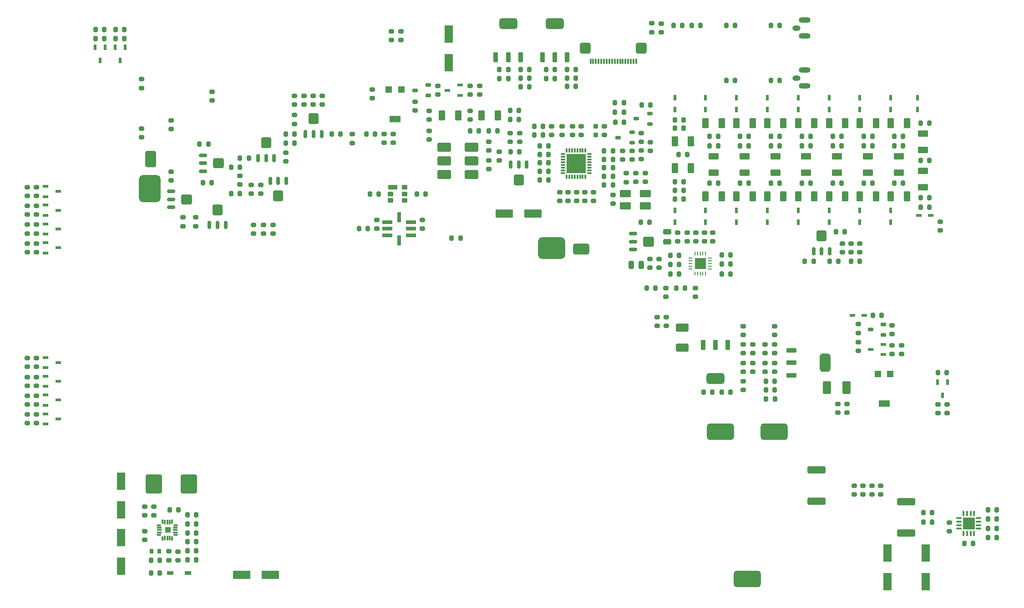
<source format=gtp>
G04*
G04 #@! TF.GenerationSoftware,Altium Limited,Altium Designer,24.4.1 (13)*
G04*
G04 Layer_Color=8421504*
%FSLAX26Y26*%
%MOIN*%
G70*
G04*
G04 #@! TF.SameCoordinates,3F108B2F-3CCF-4823-96B3-378CED877835*
G04*
G04*
G04 #@! TF.FilePolarity,Positive*
G04*
G01*
G75*
G04:AMPARAMS|DCode=23|XSize=31.496mil|YSize=37.402mil|CornerRadius=5.197mil|HoleSize=0mil|Usage=FLASHONLY|Rotation=180.000|XOffset=0mil|YOffset=0mil|HoleType=Round|Shape=RoundedRectangle|*
%AMROUNDEDRECTD23*
21,1,0.031496,0.027008,0,0,180.0*
21,1,0.021102,0.037402,0,0,180.0*
1,1,0.010394,-0.010551,0.013504*
1,1,0.010394,0.010551,0.013504*
1,1,0.010394,0.010551,-0.013504*
1,1,0.010394,-0.010551,-0.013504*
%
%ADD23ROUNDEDRECTD23*%
G04:AMPARAMS|DCode=24|XSize=31.496mil|YSize=37.402mil|CornerRadius=5.197mil|HoleSize=0mil|Usage=FLASHONLY|Rotation=270.000|XOffset=0mil|YOffset=0mil|HoleType=Round|Shape=RoundedRectangle|*
%AMROUNDEDRECTD24*
21,1,0.031496,0.027008,0,0,270.0*
21,1,0.021102,0.037402,0,0,270.0*
1,1,0.010394,-0.013504,-0.010551*
1,1,0.010394,-0.013504,0.010551*
1,1,0.010394,0.013504,0.010551*
1,1,0.010394,0.013504,-0.010551*
%
%ADD24ROUNDEDRECTD24*%
G04:AMPARAMS|DCode=25|XSize=74.803mil|YSize=35.039mil|CornerRadius=8.76mil|HoleSize=0mil|Usage=FLASHONLY|Rotation=0.000|XOffset=0mil|YOffset=0mil|HoleType=Round|Shape=RoundedRectangle|*
%AMROUNDEDRECTD25*
21,1,0.074803,0.017520,0,0,0.0*
21,1,0.057283,0.035039,0,0,0.0*
1,1,0.017520,0.028642,-0.008760*
1,1,0.017520,-0.028642,-0.008760*
1,1,0.017520,-0.028642,0.008760*
1,1,0.017520,0.028642,0.008760*
%
%ADD25ROUNDEDRECTD25*%
G04:AMPARAMS|DCode=26|XSize=133.858mil|YSize=78.74mil|CornerRadius=19.685mil|HoleSize=0mil|Usage=FLASHONLY|Rotation=270.000|XOffset=0mil|YOffset=0mil|HoleType=Round|Shape=RoundedRectangle|*
%AMROUNDEDRECTD26*
21,1,0.133858,0.039370,0,0,270.0*
21,1,0.094488,0.078740,0,0,270.0*
1,1,0.039370,-0.019685,-0.047244*
1,1,0.039370,-0.019685,0.047244*
1,1,0.039370,0.019685,0.047244*
1,1,0.039370,0.019685,-0.047244*
%
%ADD26ROUNDEDRECTD26*%
G04:AMPARAMS|DCode=27|XSize=74.803mil|YSize=35.039mil|CornerRadius=8.76mil|HoleSize=0mil|Usage=FLASHONLY|Rotation=270.000|XOffset=0mil|YOffset=0mil|HoleType=Round|Shape=RoundedRectangle|*
%AMROUNDEDRECTD27*
21,1,0.074803,0.017520,0,0,270.0*
21,1,0.057283,0.035039,0,0,270.0*
1,1,0.017520,-0.008760,-0.028642*
1,1,0.017520,-0.008760,0.028642*
1,1,0.017520,0.008760,0.028642*
1,1,0.017520,0.008760,-0.028642*
%
%ADD27ROUNDEDRECTD27*%
G04:AMPARAMS|DCode=28|XSize=133.858mil|YSize=78.74mil|CornerRadius=19.685mil|HoleSize=0mil|Usage=FLASHONLY|Rotation=180.000|XOffset=0mil|YOffset=0mil|HoleType=Round|Shape=RoundedRectangle|*
%AMROUNDEDRECTD28*
21,1,0.133858,0.039370,0,0,180.0*
21,1,0.094488,0.078740,0,0,180.0*
1,1,0.039370,-0.047244,0.019685*
1,1,0.039370,0.047244,0.019685*
1,1,0.039370,0.047244,-0.019685*
1,1,0.039370,-0.047244,-0.019685*
%
%ADD28ROUNDEDRECTD28*%
G04:AMPARAMS|DCode=29|XSize=196.85mil|YSize=118.11mil|CornerRadius=17.716mil|HoleSize=0mil|Usage=FLASHONLY|Rotation=180.000|XOffset=0mil|YOffset=0mil|HoleType=Round|Shape=RoundedRectangle|*
%AMROUNDEDRECTD29*
21,1,0.196850,0.082677,0,0,180.0*
21,1,0.161417,0.118110,0,0,180.0*
1,1,0.035433,-0.080709,0.041339*
1,1,0.035433,0.080709,0.041339*
1,1,0.035433,0.080709,-0.041339*
1,1,0.035433,-0.080709,-0.041339*
%
%ADD29ROUNDEDRECTD29*%
G04:AMPARAMS|DCode=30|XSize=41.732mil|YSize=19.685mil|CornerRadius=1.968mil|HoleSize=0mil|Usage=FLASHONLY|Rotation=0.000|XOffset=0mil|YOffset=0mil|HoleType=Round|Shape=RoundedRectangle|*
%AMROUNDEDRECTD30*
21,1,0.041732,0.015748,0,0,0.0*
21,1,0.037795,0.019685,0,0,0.0*
1,1,0.003937,0.018898,-0.007874*
1,1,0.003937,-0.018898,-0.007874*
1,1,0.003937,-0.018898,0.007874*
1,1,0.003937,0.018898,0.007874*
%
%ADD30ROUNDEDRECTD30*%
%ADD31R,0.051181X0.051181*%
%ADD32R,0.078740X0.051181*%
G04:AMPARAMS|DCode=33|XSize=56.693mil|YSize=23.622mil|CornerRadius=3.898mil|HoleSize=0mil|Usage=FLASHONLY|Rotation=180.000|XOffset=0mil|YOffset=0mil|HoleType=Round|Shape=RoundedRectangle|*
%AMROUNDEDRECTD33*
21,1,0.056693,0.015827,0,0,180.0*
21,1,0.048898,0.023622,0,0,180.0*
1,1,0.007795,-0.024449,0.007913*
1,1,0.007795,0.024449,0.007913*
1,1,0.007795,0.024449,-0.007913*
1,1,0.007795,-0.024449,-0.007913*
%
%ADD33ROUNDEDRECTD33*%
G04:AMPARAMS|DCode=34|XSize=78.74mil|YSize=74.803mil|CornerRadius=12.342mil|HoleSize=0mil|Usage=FLASHONLY|Rotation=0.000|XOffset=0mil|YOffset=0mil|HoleType=Round|Shape=RoundedRectangle|*
%AMROUNDEDRECTD34*
21,1,0.078740,0.050118,0,0,0.0*
21,1,0.054055,0.074803,0,0,0.0*
1,1,0.024685,0.027028,-0.025059*
1,1,0.024685,-0.027028,-0.025059*
1,1,0.024685,-0.027028,0.025059*
1,1,0.024685,0.027028,0.025059*
%
%ADD34ROUNDEDRECTD34*%
G04:AMPARAMS|DCode=35|XSize=56.693mil|YSize=23.622mil|CornerRadius=3.898mil|HoleSize=0mil|Usage=FLASHONLY|Rotation=270.000|XOffset=0mil|YOffset=0mil|HoleType=Round|Shape=RoundedRectangle|*
%AMROUNDEDRECTD35*
21,1,0.056693,0.015827,0,0,270.0*
21,1,0.048898,0.023622,0,0,270.0*
1,1,0.007795,-0.007913,-0.024449*
1,1,0.007795,-0.007913,0.024449*
1,1,0.007795,0.007913,0.024449*
1,1,0.007795,0.007913,-0.024449*
%
%ADD35ROUNDEDRECTD35*%
G04:AMPARAMS|DCode=36|XSize=78.74mil|YSize=74.803mil|CornerRadius=12.342mil|HoleSize=0mil|Usage=FLASHONLY|Rotation=90.000|XOffset=0mil|YOffset=0mil|HoleType=Round|Shape=RoundedRectangle|*
%AMROUNDEDRECTD36*
21,1,0.078740,0.050118,0,0,90.0*
21,1,0.054055,0.074803,0,0,90.0*
1,1,0.024685,0.025059,0.027028*
1,1,0.024685,0.025059,-0.027028*
1,1,0.024685,-0.025059,-0.027028*
1,1,0.024685,-0.025059,0.027028*
%
%ADD36ROUNDEDRECTD36*%
G04:AMPARAMS|DCode=37|XSize=39.37mil|YSize=59.055mil|CornerRadius=6.496mil|HoleSize=0mil|Usage=FLASHONLY|Rotation=180.000|XOffset=0mil|YOffset=0mil|HoleType=Round|Shape=RoundedRectangle|*
%AMROUNDEDRECTD37*
21,1,0.039370,0.046063,0,0,180.0*
21,1,0.026378,0.059055,0,0,180.0*
1,1,0.012992,-0.013189,0.023032*
1,1,0.012992,0.013189,0.023032*
1,1,0.012992,0.013189,-0.023032*
1,1,0.012992,-0.013189,-0.023032*
%
%ADD37ROUNDEDRECTD37*%
G04:AMPARAMS|DCode=38|XSize=51.181mil|YSize=131.89mil|CornerRadius=5.118mil|HoleSize=0mil|Usage=FLASHONLY|Rotation=270.000|XOffset=0mil|YOffset=0mil|HoleType=Round|Shape=RoundedRectangle|*
%AMROUNDEDRECTD38*
21,1,0.051181,0.121654,0,0,270.0*
21,1,0.040945,0.131890,0,0,270.0*
1,1,0.010236,-0.060827,-0.020473*
1,1,0.010236,-0.060827,0.020473*
1,1,0.010236,0.060827,0.020473*
1,1,0.010236,0.060827,-0.020473*
%
%ADD38ROUNDEDRECTD38*%
G04:AMPARAMS|DCode=39|XSize=59.055mil|YSize=94.488mil|CornerRadius=10.335mil|HoleSize=0mil|Usage=FLASHONLY|Rotation=90.000|XOffset=0mil|YOffset=0mil|HoleType=Round|Shape=RoundedRectangle|*
%AMROUNDEDRECTD39*
21,1,0.059055,0.073819,0,0,90.0*
21,1,0.038386,0.094488,0,0,90.0*
1,1,0.020669,0.036910,0.019193*
1,1,0.020669,0.036910,-0.019193*
1,1,0.020669,-0.036910,-0.019193*
1,1,0.020669,-0.036910,0.019193*
%
%ADD39ROUNDEDRECTD39*%
G04:AMPARAMS|DCode=40|XSize=59.055mil|YSize=94.488mil|CornerRadius=10.335mil|HoleSize=0mil|Usage=FLASHONLY|Rotation=180.000|XOffset=0mil|YOffset=0mil|HoleType=Round|Shape=RoundedRectangle|*
%AMROUNDEDRECTD40*
21,1,0.059055,0.073819,0,0,180.0*
21,1,0.038386,0.094488,0,0,180.0*
1,1,0.020669,-0.019193,0.036910*
1,1,0.020669,0.019193,0.036910*
1,1,0.020669,0.019193,-0.036910*
1,1,0.020669,-0.019193,-0.036910*
%
%ADD40ROUNDEDRECTD40*%
G04:AMPARAMS|DCode=41|XSize=65mil|YSize=100mil|CornerRadius=6.5mil|HoleSize=0mil|Usage=FLASHONLY|Rotation=270.000|XOffset=0mil|YOffset=0mil|HoleType=Round|Shape=RoundedRectangle|*
%AMROUNDEDRECTD41*
21,1,0.065000,0.087000,0,0,270.0*
21,1,0.052000,0.100000,0,0,270.0*
1,1,0.013000,-0.043500,-0.026000*
1,1,0.013000,-0.043500,0.026000*
1,1,0.013000,0.043500,0.026000*
1,1,0.013000,0.043500,-0.026000*
%
%ADD41ROUNDEDRECTD41*%
G04:AMPARAMS|DCode=42|XSize=23.622mil|YSize=43.307mil|CornerRadius=7.795mil|HoleSize=0mil|Usage=FLASHONLY|Rotation=270.000|XOffset=0mil|YOffset=0mil|HoleType=Round|Shape=RoundedRectangle|*
%AMROUNDEDRECTD42*
21,1,0.023622,0.027716,0,0,270.0*
21,1,0.008031,0.043307,0,0,270.0*
1,1,0.015591,-0.013858,-0.004016*
1,1,0.015591,-0.013858,0.004016*
1,1,0.015591,0.013858,0.004016*
1,1,0.015591,0.013858,-0.004016*
%
%ADD42ROUNDEDRECTD42*%
G04:AMPARAMS|DCode=43|XSize=78.74mil|YSize=78.74mil|CornerRadius=13.78mil|HoleSize=0mil|Usage=FLASHONLY|Rotation=180.000|XOffset=0mil|YOffset=0mil|HoleType=Round|Shape=RoundedRectangle|*
%AMROUNDEDRECTD43*
21,1,0.078740,0.051181,0,0,180.0*
21,1,0.051181,0.078740,0,0,180.0*
1,1,0.027559,-0.025591,0.025591*
1,1,0.027559,0.025591,0.025591*
1,1,0.027559,0.025591,-0.025591*
1,1,0.027559,-0.025591,-0.025591*
%
%ADD43ROUNDEDRECTD43*%
G04:AMPARAMS|DCode=44|XSize=11.811mil|YSize=39.37mil|CornerRadius=2.067mil|HoleSize=0mil|Usage=FLASHONLY|Rotation=180.000|XOffset=0mil|YOffset=0mil|HoleType=Round|Shape=RoundedRectangle|*
%AMROUNDEDRECTD44*
21,1,0.011811,0.035236,0,0,180.0*
21,1,0.007677,0.039370,0,0,180.0*
1,1,0.004134,-0.003839,0.017618*
1,1,0.004134,0.003839,0.017618*
1,1,0.004134,0.003839,-0.017618*
1,1,0.004134,-0.003839,-0.017618*
%
%ADD44ROUNDEDRECTD44*%
G04:AMPARAMS|DCode=45|XSize=39.37mil|YSize=59.055mil|CornerRadius=6.496mil|HoleSize=0mil|Usage=FLASHONLY|Rotation=270.000|XOffset=0mil|YOffset=0mil|HoleType=Round|Shape=RoundedRectangle|*
%AMROUNDEDRECTD45*
21,1,0.039370,0.046063,0,0,270.0*
21,1,0.026378,0.059055,0,0,270.0*
1,1,0.012992,-0.023032,-0.013189*
1,1,0.012992,-0.023032,0.013189*
1,1,0.012992,0.023032,0.013189*
1,1,0.012992,0.023032,-0.013189*
%
%ADD45ROUNDEDRECTD45*%
G04:AMPARAMS|DCode=46|XSize=31.496mil|YSize=10.236mil|CornerRadius=1.28mil|HoleSize=0mil|Usage=FLASHONLY|Rotation=0.000|XOffset=0mil|YOffset=0mil|HoleType=Round|Shape=RoundedRectangle|*
%AMROUNDEDRECTD46*
21,1,0.031496,0.007677,0,0,0.0*
21,1,0.028937,0.010236,0,0,0.0*
1,1,0.002559,0.014469,-0.003839*
1,1,0.002559,-0.014469,-0.003839*
1,1,0.002559,-0.014469,0.003839*
1,1,0.002559,0.014469,0.003839*
%
%ADD46ROUNDEDRECTD46*%
G04:AMPARAMS|DCode=47|XSize=33.071mil|YSize=10.236mil|CornerRadius=1.28mil|HoleSize=0mil|Usage=FLASHONLY|Rotation=0.000|XOffset=0mil|YOffset=0mil|HoleType=Round|Shape=RoundedRectangle|*
%AMROUNDEDRECTD47*
21,1,0.033071,0.007677,0,0,0.0*
21,1,0.030512,0.010236,0,0,0.0*
1,1,0.002559,0.015256,-0.003839*
1,1,0.002559,-0.015256,-0.003839*
1,1,0.002559,-0.015256,0.003839*
1,1,0.002559,0.015256,0.003839*
%
%ADD47ROUNDEDRECTD47*%
%ADD48R,0.039566X0.039566*%
G04:AMPARAMS|DCode=49|XSize=31.496mil|YSize=10.236mil|CornerRadius=1.28mil|HoleSize=0mil|Usage=FLASHONLY|Rotation=90.000|XOffset=0mil|YOffset=0mil|HoleType=Round|Shape=RoundedRectangle|*
%AMROUNDEDRECTD49*
21,1,0.031496,0.007677,0,0,90.0*
21,1,0.028937,0.010236,0,0,90.0*
1,1,0.002559,0.003839,0.014469*
1,1,0.002559,0.003839,-0.014469*
1,1,0.002559,-0.003839,-0.014469*
1,1,0.002559,-0.003839,0.014469*
%
%ADD49ROUNDEDRECTD49*%
G04:AMPARAMS|DCode=50|XSize=33.071mil|YSize=10.236mil|CornerRadius=1.28mil|HoleSize=0mil|Usage=FLASHONLY|Rotation=90.000|XOffset=0mil|YOffset=0mil|HoleType=Round|Shape=RoundedRectangle|*
%AMROUNDEDRECTD50*
21,1,0.033071,0.007677,0,0,90.0*
21,1,0.030512,0.010236,0,0,90.0*
1,1,0.002559,0.003839,0.015256*
1,1,0.002559,0.003839,-0.015256*
1,1,0.002559,-0.003839,-0.015256*
1,1,0.002559,-0.003839,0.015256*
%
%ADD50ROUNDEDRECTD50*%
G04:AMPARAMS|DCode=51|XSize=47.638mil|YSize=28.346mil|CornerRadius=2.835mil|HoleSize=0mil|Usage=FLASHONLY|Rotation=180.000|XOffset=0mil|YOffset=0mil|HoleType=Round|Shape=RoundedRectangle|*
%AMROUNDEDRECTD51*
21,1,0.047638,0.022677,0,0,180.0*
21,1,0.041969,0.028346,0,0,180.0*
1,1,0.005669,-0.020984,0.011339*
1,1,0.005669,0.020984,0.011339*
1,1,0.005669,0.020984,-0.011339*
1,1,0.005669,-0.020984,-0.011339*
%
%ADD51ROUNDEDRECTD51*%
G04:AMPARAMS|DCode=52|XSize=118.11mil|YSize=137.795mil|CornerRadius=11.811mil|HoleSize=0mil|Usage=FLASHONLY|Rotation=180.000|XOffset=0mil|YOffset=0mil|HoleType=Round|Shape=RoundedRectangle|*
%AMROUNDEDRECTD52*
21,1,0.118110,0.114173,0,0,180.0*
21,1,0.094488,0.137795,0,0,180.0*
1,1,0.023622,-0.047244,0.057087*
1,1,0.023622,0.047244,0.057087*
1,1,0.023622,0.047244,-0.057087*
1,1,0.023622,-0.047244,-0.057087*
%
%ADD52ROUNDEDRECTD52*%
G04:AMPARAMS|DCode=53|XSize=127.953mil|YSize=62.992mil|CornerRadius=9.449mil|HoleSize=0mil|Usage=FLASHONLY|Rotation=90.000|XOffset=0mil|YOffset=0mil|HoleType=Round|Shape=RoundedRectangle|*
%AMROUNDEDRECTD53*
21,1,0.127953,0.044094,0,0,90.0*
21,1,0.109055,0.062992,0,0,90.0*
1,1,0.018898,0.022047,0.054528*
1,1,0.018898,0.022047,-0.054528*
1,1,0.018898,-0.022047,-0.054528*
1,1,0.018898,-0.022047,0.054528*
%
%ADD53ROUNDEDRECTD53*%
G04:AMPARAMS|DCode=54|XSize=27.559mil|YSize=36.614mil|CornerRadius=4.547mil|HoleSize=0mil|Usage=FLASHONLY|Rotation=0.000|XOffset=0mil|YOffset=0mil|HoleType=Round|Shape=RoundedRectangle|*
%AMROUNDEDRECTD54*
21,1,0.027559,0.027520,0,0,0.0*
21,1,0.018465,0.036614,0,0,0.0*
1,1,0.009094,0.009232,-0.013760*
1,1,0.009094,-0.009232,-0.013760*
1,1,0.009094,-0.009232,0.013760*
1,1,0.009094,0.009232,0.013760*
%
%ADD54ROUNDEDRECTD54*%
%ADD55R,0.023622X0.043307*%
%ADD56R,0.043307X0.023622*%
G04:AMPARAMS|DCode=57|XSize=23.622mil|YSize=39.37mil|CornerRadius=3.543mil|HoleSize=0mil|Usage=FLASHONLY|Rotation=270.000|XOffset=0mil|YOffset=0mil|HoleType=Round|Shape=RoundedRectangle|*
%AMROUNDEDRECTD57*
21,1,0.023622,0.032283,0,0,270.0*
21,1,0.016535,0.039370,0,0,270.0*
1,1,0.007087,-0.016142,-0.008268*
1,1,0.007087,-0.016142,0.008268*
1,1,0.007087,0.016142,0.008268*
1,1,0.007087,0.016142,-0.008268*
%
%ADD57ROUNDEDRECTD57*%
G04:AMPARAMS|DCode=58|XSize=70.866mil|YSize=27.559mil|CornerRadius=1.929mil|HoleSize=0mil|Usage=FLASHONLY|Rotation=270.000|XOffset=0mil|YOffset=0mil|HoleType=Round|Shape=RoundedRectangle|*
%AMROUNDEDRECTD58*
21,1,0.070866,0.023701,0,0,270.0*
21,1,0.067008,0.027559,0,0,270.0*
1,1,0.003858,-0.011851,-0.033504*
1,1,0.003858,-0.011851,0.033504*
1,1,0.003858,0.011851,0.033504*
1,1,0.003858,0.011851,-0.033504*
%
%ADD58ROUNDEDRECTD58*%
G04:AMPARAMS|DCode=59|XSize=70.866mil|YSize=27.559mil|CornerRadius=1.929mil|HoleSize=0mil|Usage=FLASHONLY|Rotation=180.000|XOffset=0mil|YOffset=0mil|HoleType=Round|Shape=RoundedRectangle|*
%AMROUNDEDRECTD59*
21,1,0.070866,0.023701,0,0,180.0*
21,1,0.067008,0.027559,0,0,180.0*
1,1,0.003858,-0.033504,0.011851*
1,1,0.003858,0.033504,0.011851*
1,1,0.003858,0.033504,-0.011851*
1,1,0.003858,-0.033504,-0.011851*
%
%ADD59ROUNDEDRECTD59*%
%ADD60R,0.088583X0.088583*%
%ADD61O,0.012598X0.040551*%
%ADD62O,0.040551X0.012598*%
G04:AMPARAMS|DCode=63|XSize=78.74mil|YSize=55.118mil|CornerRadius=8.268mil|HoleSize=0mil|Usage=FLASHONLY|Rotation=0.000|XOffset=0mil|YOffset=0mil|HoleType=Round|Shape=RoundedRectangle|*
%AMROUNDEDRECTD63*
21,1,0.078740,0.038583,0,0,0.0*
21,1,0.062205,0.055118,0,0,0.0*
1,1,0.016535,0.031102,-0.019291*
1,1,0.016535,-0.031102,-0.019291*
1,1,0.016535,-0.031102,0.019291*
1,1,0.016535,0.031102,0.019291*
%
%ADD63ROUNDEDRECTD63*%
G04:AMPARAMS|DCode=64|XSize=69.055mil|YSize=31.89mil|CornerRadius=2.232mil|HoleSize=0mil|Usage=FLASHONLY|Rotation=0.000|XOffset=0mil|YOffset=0mil|HoleType=Round|Shape=RoundedRectangle|*
%AMROUNDEDRECTD64*
21,1,0.069055,0.027425,0,0,0.0*
21,1,0.064591,0.031890,0,0,0.0*
1,1,0.004465,0.032295,-0.013713*
1,1,0.004465,-0.032295,-0.013713*
1,1,0.004465,-0.032295,0.013713*
1,1,0.004465,0.032295,0.013713*
%
%ADD64ROUNDEDRECTD64*%
G04:AMPARAMS|DCode=65|XSize=37.559mil|YSize=31.89mil|CornerRadius=2.232mil|HoleSize=0mil|Usage=FLASHONLY|Rotation=0.000|XOffset=0mil|YOffset=0mil|HoleType=Round|Shape=RoundedRectangle|*
%AMROUNDEDRECTD65*
21,1,0.037559,0.027425,0,0,0.0*
21,1,0.033094,0.031890,0,0,0.0*
1,1,0.004465,0.016547,-0.013713*
1,1,0.004465,-0.016547,-0.013713*
1,1,0.004465,-0.016547,0.013713*
1,1,0.004465,0.016547,0.013713*
%
%ADD65ROUNDEDRECTD65*%
%ADD66O,0.086614X0.041339*%
%ADD67O,0.059055X0.039370*%
%ADD68R,0.139764X0.139764*%
%ADD69O,0.035433X0.010236*%
%ADD70O,0.010236X0.035433*%
G04:AMPARAMS|DCode=71|XSize=31.496mil|YSize=31.496mil|CornerRadius=4.724mil|HoleSize=0mil|Usage=FLASHONLY|Rotation=90.000|XOffset=0mil|YOffset=0mil|HoleType=Round|Shape=RoundedRectangle|*
%AMROUNDEDRECTD71*
21,1,0.031496,0.022047,0,0,90.0*
21,1,0.022047,0.031496,0,0,90.0*
1,1,0.009449,0.011024,0.011024*
1,1,0.009449,0.011024,-0.011024*
1,1,0.009449,-0.011024,-0.011024*
1,1,0.009449,-0.011024,0.011024*
%
%ADD71ROUNDEDRECTD71*%
G04:AMPARAMS|DCode=72|XSize=196.85mil|YSize=157.48mil|CornerRadius=25.984mil|HoleSize=0mil|Usage=FLASHONLY|Rotation=0.000|XOffset=0mil|YOffset=0mil|HoleType=Round|Shape=RoundedRectangle|*
%AMROUNDEDRECTD72*
21,1,0.196850,0.105512,0,0,0.0*
21,1,0.144882,0.157480,0,0,0.0*
1,1,0.051968,0.072441,-0.052756*
1,1,0.051968,-0.072441,-0.052756*
1,1,0.051968,-0.072441,0.052756*
1,1,0.051968,0.072441,0.052756*
%
%ADD72ROUNDEDRECTD72*%
G04:AMPARAMS|DCode=73|XSize=118.11mil|YSize=78.74mil|CornerRadius=12.992mil|HoleSize=0mil|Usage=FLASHONLY|Rotation=0.000|XOffset=0mil|YOffset=0mil|HoleType=Round|Shape=RoundedRectangle|*
%AMROUNDEDRECTD73*
21,1,0.118110,0.052756,0,0,0.0*
21,1,0.092126,0.078740,0,0,0.0*
1,1,0.025984,0.046063,-0.026378*
1,1,0.025984,-0.046063,-0.026378*
1,1,0.025984,-0.046063,0.026378*
1,1,0.025984,0.046063,0.026378*
%
%ADD73ROUNDEDRECTD73*%
G04:AMPARAMS|DCode=74|XSize=47.244mil|YSize=75.197mil|CornerRadius=8.268mil|HoleSize=0mil|Usage=FLASHONLY|Rotation=270.000|XOffset=0mil|YOffset=0mil|HoleType=Round|Shape=RoundedRectangle|*
%AMROUNDEDRECTD74*
21,1,0.047244,0.058661,0,0,270.0*
21,1,0.030709,0.075197,0,0,270.0*
1,1,0.016535,-0.029331,-0.015354*
1,1,0.016535,-0.029331,0.015354*
1,1,0.016535,0.029331,0.015354*
1,1,0.016535,0.029331,-0.015354*
%
%ADD74ROUNDEDRECTD74*%
%ADD75R,0.009842X0.027559*%
%ADD76R,0.027559X0.009842*%
%ADD77R,0.078740X0.078740*%
G04:AMPARAMS|DCode=78|XSize=118.11mil|YSize=78.74mil|CornerRadius=12.992mil|HoleSize=0mil|Usage=FLASHONLY|Rotation=90.000|XOffset=0mil|YOffset=0mil|HoleType=Round|Shape=RoundedRectangle|*
%AMROUNDEDRECTD78*
21,1,0.118110,0.052756,0,0,90.0*
21,1,0.092126,0.078740,0,0,90.0*
1,1,0.025984,0.026378,0.046063*
1,1,0.025984,0.026378,-0.046063*
1,1,0.025984,-0.026378,-0.046063*
1,1,0.025984,-0.026378,0.046063*
%
%ADD78ROUNDEDRECTD78*%
G04:AMPARAMS|DCode=79|XSize=196.85mil|YSize=157.48mil|CornerRadius=25.984mil|HoleSize=0mil|Usage=FLASHONLY|Rotation=90.000|XOffset=0mil|YOffset=0mil|HoleType=Round|Shape=RoundedRectangle|*
%AMROUNDEDRECTD79*
21,1,0.196850,0.105512,0,0,90.0*
21,1,0.144882,0.157480,0,0,90.0*
1,1,0.051968,0.052756,0.072441*
1,1,0.051968,0.052756,-0.072441*
1,1,0.051968,-0.052756,-0.072441*
1,1,0.051968,-0.052756,0.072441*
%
%ADD79ROUNDEDRECTD79*%
G04:AMPARAMS|DCode=80|XSize=41.732mil|YSize=19.685mil|CornerRadius=1.968mil|HoleSize=0mil|Usage=FLASHONLY|Rotation=90.000|XOffset=0mil|YOffset=0mil|HoleType=Round|Shape=RoundedRectangle|*
%AMROUNDEDRECTD80*
21,1,0.041732,0.015748,0,0,90.0*
21,1,0.037795,0.019685,0,0,90.0*
1,1,0.003937,0.007874,0.018898*
1,1,0.003937,0.007874,-0.018898*
1,1,0.003937,-0.007874,-0.018898*
1,1,0.003937,-0.007874,0.018898*
%
%ADD80ROUNDEDRECTD80*%
G04:AMPARAMS|DCode=81|XSize=47.244mil|YSize=75.197mil|CornerRadius=8.268mil|HoleSize=0mil|Usage=FLASHONLY|Rotation=0.000|XOffset=0mil|YOffset=0mil|HoleType=Round|Shape=RoundedRectangle|*
%AMROUNDEDRECTD81*
21,1,0.047244,0.058661,0,0,0.0*
21,1,0.030709,0.075197,0,0,0.0*
1,1,0.016535,0.015354,-0.029331*
1,1,0.016535,-0.015354,-0.029331*
1,1,0.016535,-0.015354,0.029331*
1,1,0.016535,0.015354,0.029331*
%
%ADD81ROUNDEDRECTD81*%
G04:AMPARAMS|DCode=82|XSize=127.953mil|YSize=62.992mil|CornerRadius=9.449mil|HoleSize=0mil|Usage=FLASHONLY|Rotation=0.000|XOffset=0mil|YOffset=0mil|HoleType=Round|Shape=RoundedRectangle|*
%AMROUNDEDRECTD82*
21,1,0.127953,0.044094,0,0,0.0*
21,1,0.109055,0.062992,0,0,0.0*
1,1,0.018898,0.054528,-0.022047*
1,1,0.018898,-0.054528,-0.022047*
1,1,0.018898,-0.054528,0.022047*
1,1,0.018898,0.054528,0.022047*
%
%ADD82ROUNDEDRECTD82*%
D23*
X4873425Y2268701D02*
D03*
X4809646D02*
D03*
X5025901Y2268701D02*
D03*
X5089681D02*
D03*
X1831498Y2961975D02*
D03*
X1767718D02*
D03*
X4578346Y3629383D02*
D03*
X4642126D02*
D03*
X2820866Y3398032D02*
D03*
X2757086D02*
D03*
X5289499Y1506443D02*
D03*
X5225720D02*
D03*
X5684252Y1584941D02*
D03*
X5748032D02*
D03*
X4072047Y3870614D02*
D03*
X4135827D02*
D03*
X4072047Y3803685D02*
D03*
X4135827D02*
D03*
X4226378Y3871294D02*
D03*
X4290158D02*
D03*
Y3809286D02*
D03*
X4226378D02*
D03*
X4290158Y3747278D02*
D03*
X4226378D02*
D03*
X3731496Y3803685D02*
D03*
X3795276D02*
D03*
X3731496Y3870614D02*
D03*
X3795276D02*
D03*
X3948926Y3746598D02*
D03*
X3885147D02*
D03*
Y3808606D02*
D03*
X3948926D02*
D03*
Y3870614D02*
D03*
X3885147D02*
D03*
X5424047Y1506443D02*
D03*
X5360267D02*
D03*
X6466142Y2067913D02*
D03*
X6529921D02*
D03*
X5684646Y1454724D02*
D03*
X5748425D02*
D03*
X5748032Y1521161D02*
D03*
X5684252D02*
D03*
X4836378Y3612205D02*
D03*
X4772599D02*
D03*
X4578346Y3558071D02*
D03*
X4642126D02*
D03*
X1316904Y643332D02*
D03*
X1380683D02*
D03*
X1447441Y604738D02*
D03*
X1511221D02*
D03*
Y538386D02*
D03*
X1447441D02*
D03*
X1447737Y473266D02*
D03*
X1511516D02*
D03*
X1447740Y407360D02*
D03*
X1511520D02*
D03*
X1511221Y341240D02*
D03*
X1447441D02*
D03*
X1447441Y274606D02*
D03*
X1511220D02*
D03*
X1179724Y270669D02*
D03*
X1243504D02*
D03*
Y177165D02*
D03*
X1179724D02*
D03*
X7008268Y1649606D02*
D03*
X6944488D02*
D03*
X4829921Y2751968D02*
D03*
X4766141D02*
D03*
X4579331Y3485236D02*
D03*
X4643110D02*
D03*
X4025787Y3311611D02*
D03*
X4089567D02*
D03*
X2766680Y2704641D02*
D03*
X2702900D02*
D03*
X3381496Y2633858D02*
D03*
X3445276D02*
D03*
X6880315Y3477362D02*
D03*
X6816535D02*
D03*
X6197717Y2682642D02*
D03*
X6261496D02*
D03*
X6370734Y2464763D02*
D03*
X6306954D02*
D03*
X7373032Y641590D02*
D03*
X7309252D02*
D03*
X7373028Y437720D02*
D03*
X7309249D02*
D03*
X6900000Y552165D02*
D03*
X6836221D02*
D03*
X6900000Y621057D02*
D03*
X6836221D02*
D03*
X1767718Y3156101D02*
D03*
X1831498D02*
D03*
X984646Y4166496D02*
D03*
X920866D02*
D03*
X837992D02*
D03*
X774213D02*
D03*
X3717914Y3420565D02*
D03*
X3654134D02*
D03*
X4562008Y3087201D02*
D03*
X4498228D02*
D03*
X3987401Y3456296D02*
D03*
X4051181D02*
D03*
Y3391335D02*
D03*
X3987401D02*
D03*
X5203939Y4195866D02*
D03*
X5140160D02*
D03*
X5078937Y3503252D02*
D03*
X5015157D02*
D03*
X5079134Y2923228D02*
D03*
X5015354D02*
D03*
X2231693Y3399606D02*
D03*
X2167913D02*
D03*
X4025787Y3124603D02*
D03*
X4089567D02*
D03*
X4025787Y3249603D02*
D03*
X4089567D02*
D03*
X3812598Y3269685D02*
D03*
X3876378D02*
D03*
X1561024Y3042913D02*
D03*
X1624803D02*
D03*
X6816535Y3204724D02*
D03*
X6880315D02*
D03*
Y2932938D02*
D03*
X6816535D02*
D03*
X5783858Y3790354D02*
D03*
X5720079D02*
D03*
X6213977Y2464567D02*
D03*
X6150197D02*
D03*
X6032151Y2464767D02*
D03*
X5968372D02*
D03*
X6816535Y2862948D02*
D03*
X6880315D02*
D03*
X6624410Y3380197D02*
D03*
X6688189D02*
D03*
X6624410Y3038661D02*
D03*
X6688189D02*
D03*
Y3312283D02*
D03*
X6624410D02*
D03*
X7137405Y395988D02*
D03*
X7201185D02*
D03*
X7373032Y506221D02*
D03*
X7309252D02*
D03*
X7373032Y574134D02*
D03*
X7309252D02*
D03*
X2167913Y3330709D02*
D03*
X2231693D02*
D03*
X1831498Y3222242D02*
D03*
X1895277D02*
D03*
X2565748Y3397047D02*
D03*
X2501968D02*
D03*
X920866Y4098583D02*
D03*
X984646D02*
D03*
X774213D02*
D03*
X837992D02*
D03*
X4498228Y3024209D02*
D03*
X4562008D02*
D03*
X4089567Y3061611D02*
D03*
X4025787D02*
D03*
X4498228Y3213186D02*
D03*
X4562008D02*
D03*
X4025787Y3187595D02*
D03*
X4089567D02*
D03*
X4498228Y3275791D02*
D03*
X4562008D02*
D03*
X4498228Y3150193D02*
D03*
X4562008D02*
D03*
X5783858Y4195866D02*
D03*
X5720079D02*
D03*
X5394291Y4195866D02*
D03*
X5458071D02*
D03*
X5394291Y3790354D02*
D03*
X5458071D02*
D03*
X3810630Y3571850D02*
D03*
X3874410D02*
D03*
X3810809Y3503837D02*
D03*
X3874588D02*
D03*
X3516535Y3420565D02*
D03*
X3580315D02*
D03*
X1535039Y3324803D02*
D03*
X1598819D02*
D03*
X2846850Y2959702D02*
D03*
X2783071D02*
D03*
X3189370D02*
D03*
X3125591D02*
D03*
X5071065Y4195866D02*
D03*
X5007286D02*
D03*
X5423194Y2510630D02*
D03*
X5359415D02*
D03*
X4983131Y2509653D02*
D03*
X5046910D02*
D03*
X5423194Y2446254D02*
D03*
X5359415D02*
D03*
X5046915Y2442720D02*
D03*
X4983135D02*
D03*
X5423194Y2372835D02*
D03*
X5359415D02*
D03*
X4983131D02*
D03*
X5046910D02*
D03*
X6398425Y3380197D02*
D03*
X6462205D02*
D03*
X6398425Y3038661D02*
D03*
X6462205D02*
D03*
Y3312283D02*
D03*
X6398425D02*
D03*
X6172441Y3380197D02*
D03*
X6236221D02*
D03*
X6172441Y3038661D02*
D03*
X6236221D02*
D03*
Y3312283D02*
D03*
X6172441D02*
D03*
X5720472Y3380197D02*
D03*
X5784252D02*
D03*
X5720472Y3038661D02*
D03*
X5784252D02*
D03*
Y3312283D02*
D03*
X5720472D02*
D03*
X5946457Y3380197D02*
D03*
X6010236D02*
D03*
X5946457Y3038661D02*
D03*
X6010236D02*
D03*
X5494488Y3380197D02*
D03*
X5558268D02*
D03*
X6010236Y3312283D02*
D03*
X5946457D02*
D03*
X5268504Y3380197D02*
D03*
X5332283D02*
D03*
X5268504Y3038661D02*
D03*
X5332283D02*
D03*
X5015354Y3441929D02*
D03*
X5079134D02*
D03*
X5494488Y3038661D02*
D03*
X5558268D02*
D03*
X5105709Y3247047D02*
D03*
X5041929D02*
D03*
X5015354Y3048228D02*
D03*
X5079134D02*
D03*
X5332283Y3312283D02*
D03*
X5268504D02*
D03*
X5079134Y2985236D02*
D03*
X5015354D02*
D03*
X5558268Y3312283D02*
D03*
X5494488D02*
D03*
D24*
X4949788Y2268686D02*
D03*
Y2204906D02*
D03*
X5165778Y2268701D02*
D03*
Y2204922D02*
D03*
X5677264Y1719488D02*
D03*
Y1655708D02*
D03*
X5587500Y1790256D02*
D03*
Y1854035D02*
D03*
X5516732Y1584941D02*
D03*
Y1521161D02*
D03*
X6360512Y1939961D02*
D03*
Y2003740D02*
D03*
Y1870748D02*
D03*
Y1806968D02*
D03*
X4769685Y3277953D02*
D03*
Y3214173D02*
D03*
X3114173Y3634646D02*
D03*
Y3570866D02*
D03*
X1831693Y3028150D02*
D03*
Y3091929D02*
D03*
X1505906Y2723268D02*
D03*
Y2787047D02*
D03*
X2073819Y2666929D02*
D03*
Y2730709D02*
D03*
X2002953Y2730709D02*
D03*
Y2666929D02*
D03*
X1931496Y2730709D02*
D03*
Y2666929D02*
D03*
X1984252Y3025000D02*
D03*
Y2961220D02*
D03*
X1913386Y3024410D02*
D03*
Y2960630D02*
D03*
X2800197Y3724803D02*
D03*
Y3661024D02*
D03*
X4898622Y2482677D02*
D03*
Y2418898D02*
D03*
X4833661D02*
D03*
Y2482677D02*
D03*
X2432480Y3615003D02*
D03*
Y3678783D02*
D03*
X6524606Y755512D02*
D03*
Y819291D02*
D03*
X6394685D02*
D03*
Y755512D02*
D03*
X6329725Y819291D02*
D03*
Y755512D02*
D03*
X6459646D02*
D03*
Y819291D02*
D03*
X5516732Y1988583D02*
D03*
Y1924803D02*
D03*
X5748032Y1854035D02*
D03*
Y1790256D02*
D03*
Y1988583D02*
D03*
Y1924803D02*
D03*
X5677264Y1790256D02*
D03*
Y1854035D02*
D03*
X5587500Y1655708D02*
D03*
Y1719488D02*
D03*
X6209646Y1419685D02*
D03*
Y1355906D02*
D03*
X6276176Y1419507D02*
D03*
Y1355727D02*
D03*
X5516732Y1790256D02*
D03*
Y1854035D02*
D03*
X4887795Y1991732D02*
D03*
Y2055512D02*
D03*
X4951772Y1991732D02*
D03*
Y2055512D02*
D03*
X5516732Y1719488D02*
D03*
Y1655708D02*
D03*
X5748032Y1719488D02*
D03*
Y1655708D02*
D03*
X4835630Y3339961D02*
D03*
Y3276181D02*
D03*
X4770355Y3340472D02*
D03*
Y3404252D02*
D03*
X1199803Y600984D02*
D03*
Y664764D02*
D03*
X1376968Y272835D02*
D03*
Y336614D02*
D03*
X1311024Y337008D02*
D03*
Y273228D02*
D03*
X1132874Y600984D02*
D03*
Y664764D02*
D03*
Y485583D02*
D03*
Y421803D02*
D03*
X6941929Y1414688D02*
D03*
Y1350908D02*
D03*
X4631890Y3275984D02*
D03*
Y3212205D02*
D03*
X4702756D02*
D03*
Y3275984D02*
D03*
X4730315Y3111614D02*
D03*
Y3047835D02*
D03*
X3278969Y3687914D02*
D03*
Y3751693D02*
D03*
X3515189Y3751378D02*
D03*
Y3687599D02*
D03*
X3586614Y3751378D02*
D03*
Y3687598D02*
D03*
X7010827Y1414764D02*
D03*
Y1350984D02*
D03*
X2952756Y3334252D02*
D03*
Y3398032D02*
D03*
X2886811Y3334252D02*
D03*
Y3398032D02*
D03*
X4798425Y3110630D02*
D03*
Y3046850D02*
D03*
X3166483Y2704641D02*
D03*
Y2768420D02*
D03*
X2832624Y2705231D02*
D03*
Y2769011D02*
D03*
X2939961Y4087205D02*
D03*
Y4150984D02*
D03*
X3010827Y4087205D02*
D03*
Y4150984D02*
D03*
X6371324Y2596657D02*
D03*
Y2532878D02*
D03*
X6306364Y2596657D02*
D03*
Y2532878D02*
D03*
X2231693Y3473004D02*
D03*
Y3536784D02*
D03*
X2365551Y3678783D02*
D03*
Y3615003D02*
D03*
X273465Y2595866D02*
D03*
Y2532087D02*
D03*
X273465Y1478740D02*
D03*
Y1414961D02*
D03*
Y1616535D02*
D03*
Y1552756D02*
D03*
Y1754331D02*
D03*
Y1690551D02*
D03*
X273465Y2733661D02*
D03*
Y2669882D02*
D03*
Y2871457D02*
D03*
Y2807677D02*
D03*
X273465Y1340945D02*
D03*
Y1277165D02*
D03*
X273465Y3009252D02*
D03*
Y2945472D02*
D03*
X4357874Y2908658D02*
D03*
Y2972438D02*
D03*
X3654134Y3141929D02*
D03*
Y3205709D02*
D03*
Y3279528D02*
D03*
Y3343307D02*
D03*
X4499212Y3455706D02*
D03*
Y3391926D02*
D03*
X4329331Y3391926D02*
D03*
Y3455705D02*
D03*
X4915354Y4210039D02*
D03*
Y4146260D02*
D03*
X6676181Y1849803D02*
D03*
Y1786024D02*
D03*
X6607441Y1995473D02*
D03*
Y1931693D02*
D03*
X4562008Y2951099D02*
D03*
Y2887320D02*
D03*
X5036364Y2675388D02*
D03*
Y2611609D02*
D03*
X1412402Y2787047D02*
D03*
Y2723268D02*
D03*
X6243110Y2532087D02*
D03*
Y2595866D02*
D03*
X7027169Y547556D02*
D03*
Y483776D02*
D03*
X1108849Y3736468D02*
D03*
Y3800248D02*
D03*
X2652559Y3397047D02*
D03*
Y3333268D02*
D03*
X2167323Y3263189D02*
D03*
Y3199409D02*
D03*
X2298622Y3678783D02*
D03*
Y3615003D02*
D03*
X2231693Y3678783D02*
D03*
Y3615003D02*
D03*
X341378Y2532087D02*
D03*
Y2595866D02*
D03*
X341378Y1414961D02*
D03*
Y1478740D02*
D03*
Y1552756D02*
D03*
Y1616535D02*
D03*
Y1690551D02*
D03*
Y1754331D02*
D03*
X341378Y2669882D02*
D03*
Y2733661D02*
D03*
Y2807677D02*
D03*
Y2871457D02*
D03*
X341378Y1277165D02*
D03*
Y1340945D02*
D03*
X341378Y2945472D02*
D03*
Y3009252D02*
D03*
X1109252Y3373622D02*
D03*
Y3437402D02*
D03*
X4419882Y2972438D02*
D03*
Y2908658D02*
D03*
X4233858Y2972438D02*
D03*
Y2908658D02*
D03*
X4295866Y2972438D02*
D03*
Y2908658D02*
D03*
X4171850Y2972438D02*
D03*
Y2908658D02*
D03*
X3729331Y3206299D02*
D03*
Y3270079D02*
D03*
X3880928Y3342416D02*
D03*
Y3406196D02*
D03*
X3809016Y3406733D02*
D03*
Y3342953D02*
D03*
X4266338Y3391926D02*
D03*
Y3455705D02*
D03*
X4190551Y3391926D02*
D03*
Y3455705D02*
D03*
X4114764Y3391926D02*
D03*
Y3455705D02*
D03*
X1327756Y3497441D02*
D03*
Y3433661D02*
D03*
X1327165Y3058925D02*
D03*
Y3122704D02*
D03*
X3515469Y3504921D02*
D03*
Y3568701D02*
D03*
X1627953Y3709055D02*
D03*
Y3645276D02*
D03*
X3217520Y3421654D02*
D03*
Y3357874D02*
D03*
X3218228Y3503937D02*
D03*
Y3567716D02*
D03*
X4661614Y3046453D02*
D03*
Y3110233D02*
D03*
X5106448Y2675394D02*
D03*
Y2611614D02*
D03*
X5170129Y2675394D02*
D03*
Y2611614D02*
D03*
X5233844Y2675388D02*
D03*
Y2611609D02*
D03*
X5294538Y2675384D02*
D03*
Y2611604D02*
D03*
X4846871Y4146324D02*
D03*
Y4210104D02*
D03*
X6959646Y2754331D02*
D03*
Y2690551D02*
D03*
X6607441Y1849803D02*
D03*
Y1786024D02*
D03*
D25*
X5870079Y1811024D02*
D03*
Y1720472D02*
D03*
Y1629921D02*
D03*
D26*
X6116142Y1720472D02*
D03*
D27*
X5404397Y1850787D02*
D03*
X5313846D02*
D03*
X5223294D02*
D03*
X4226378Y3961614D02*
D03*
X4135827D02*
D03*
X4045276D02*
D03*
X3885827D02*
D03*
X3795276D02*
D03*
X3704724D02*
D03*
D28*
X5313846Y1604725D02*
D03*
X4135827Y4207677D02*
D03*
X3795276D02*
D03*
D29*
X5743563Y1213504D02*
D03*
X5349862D02*
D03*
X5546713Y134764D02*
D03*
D30*
X6402953Y2067913D02*
D03*
X6317520D02*
D03*
X6888779Y2800197D02*
D03*
X6803346D02*
D03*
D31*
X6594488Y1637795D02*
D03*
X6503937D02*
D03*
X3011811Y3725394D02*
D03*
X2921260D02*
D03*
D32*
X6549213Y1421260D02*
D03*
X2966535Y3508858D02*
D03*
D33*
X4711023Y2668307D02*
D03*
Y2609252D02*
D03*
Y2550197D02*
D03*
X1327165Y2978347D02*
D03*
Y2919291D02*
D03*
Y2860236D02*
D03*
X1561024Y3243307D02*
D03*
Y3184252D02*
D03*
Y3125197D02*
D03*
D34*
X4823425Y2609252D02*
D03*
X1439567Y2919291D02*
D03*
X1673426Y3184252D02*
D03*
D35*
X1608268Y2730709D02*
D03*
X1667323D02*
D03*
X1726378D02*
D03*
X2170276Y3056693D02*
D03*
X2111220D02*
D03*
X2052165D02*
D03*
X2081694Y3222242D02*
D03*
X2022639D02*
D03*
X1963584D02*
D03*
X2311024Y3399213D02*
D03*
X2370079D02*
D03*
X2429134D02*
D03*
X6031757Y2539766D02*
D03*
X6090813D02*
D03*
X6149868D02*
D03*
X3931102Y3173819D02*
D03*
X3872047D02*
D03*
X3812992D02*
D03*
D36*
X1667323Y2843110D02*
D03*
X2111220Y2944291D02*
D03*
X2022639Y3334644D02*
D03*
X2370079Y3511615D02*
D03*
X6090813Y2652168D02*
D03*
X3872047Y3061417D02*
D03*
D37*
X4698031Y2436820D02*
D03*
X4768898D02*
D03*
D38*
X6054137Y705706D02*
D03*
Y934052D02*
D03*
X6711623Y472431D02*
D03*
Y700778D02*
D03*
D39*
X5068898Y1831693D02*
D03*
Y1977362D02*
D03*
D40*
X6128937Y1539370D02*
D03*
X6274606D02*
D03*
D41*
X3525197Y3302756D02*
D03*
Y3202756D02*
D03*
Y3102756D02*
D03*
X3325197Y3302756D02*
D03*
Y3202756D02*
D03*
Y3102756D02*
D03*
D42*
X4702756Y3335630D02*
D03*
Y3410433D02*
D03*
X4600394Y3373031D02*
D03*
X4834686Y3473186D02*
D03*
Y3547990D02*
D03*
X4732324Y3510588D02*
D03*
D43*
X4361221Y4028543D02*
D03*
X4770669D02*
D03*
D44*
X4733268Y3930118D02*
D03*
X4713583D02*
D03*
X4693898D02*
D03*
X4674213D02*
D03*
X4654528D02*
D03*
X4634842D02*
D03*
X4615158D02*
D03*
X4595472D02*
D03*
X4575787D02*
D03*
X4556102D02*
D03*
X4536417D02*
D03*
X4516732D02*
D03*
X4497047D02*
D03*
X4477362D02*
D03*
X4457677D02*
D03*
X4437992D02*
D03*
X4418307D02*
D03*
X4398622D02*
D03*
D45*
X4959646Y2609252D02*
D03*
Y2680118D02*
D03*
D46*
X1238167Y458811D02*
D03*
Y529677D02*
D03*
X1360214D02*
D03*
Y458811D02*
D03*
D47*
X1240135Y476528D02*
D03*
Y494244D02*
D03*
Y511961D02*
D03*
X1358242Y511957D02*
D03*
Y494241D02*
D03*
Y476524D02*
D03*
D48*
X1304112Y494244D02*
D03*
D49*
X1334623Y433221D02*
D03*
X1263757D02*
D03*
Y555268D02*
D03*
X1334623D02*
D03*
D50*
X1316904Y435186D02*
D03*
X1299187D02*
D03*
X1281471D02*
D03*
X1281471Y553296D02*
D03*
X1299187D02*
D03*
X1316904D02*
D03*
D51*
X1450984Y177165D02*
D03*
X1318701D02*
D03*
D52*
X1455512Y831693D02*
D03*
X1199606D02*
D03*
D53*
X959508Y642855D02*
D03*
Y852855D02*
D03*
X958779Y439776D02*
D03*
Y229776D02*
D03*
X6852362Y116457D02*
D03*
Y326457D02*
D03*
X3360236Y3921575D02*
D03*
Y4131575D02*
D03*
X6571850Y326457D02*
D03*
Y116457D02*
D03*
D54*
X1183661Y338277D02*
D03*
X1239567D02*
D03*
D55*
X6976378Y1483268D02*
D03*
X6938976Y1577756D02*
D03*
X7013780D02*
D03*
X952756Y3939961D02*
D03*
X915355Y4034449D02*
D03*
X990158D02*
D03*
X806102Y3939961D02*
D03*
X768701Y4034449D02*
D03*
X843504D02*
D03*
D56*
X3350394Y3719488D02*
D03*
X3444882Y3756890D02*
D03*
Y3682087D02*
D03*
X6448819Y1817913D02*
D03*
X6543307Y1855315D02*
D03*
Y1780512D02*
D03*
X500000Y2563976D02*
D03*
X405512Y2526575D02*
D03*
Y2601378D02*
D03*
X500000Y1446850D02*
D03*
X405512Y1409449D02*
D03*
Y1484252D02*
D03*
X500000Y1584646D02*
D03*
X405512Y1547244D02*
D03*
Y1622047D02*
D03*
X500000Y1722441D02*
D03*
X405512Y1685039D02*
D03*
Y1759842D02*
D03*
X500000Y2701772D02*
D03*
X405512Y2664370D02*
D03*
Y2739173D02*
D03*
X500000Y2839567D02*
D03*
X405512Y2802165D02*
D03*
Y2876968D02*
D03*
X500000Y1309055D02*
D03*
X405512Y1271654D02*
D03*
Y1346457D02*
D03*
X500000Y2977362D02*
D03*
X405512Y2939961D02*
D03*
Y3014764D02*
D03*
D57*
X3208661Y3757205D02*
D03*
X3114173Y3719803D02*
D03*
X3208661Y3682402D02*
D03*
X6543307Y2000984D02*
D03*
X6448819Y1963583D02*
D03*
X6543307Y1926181D02*
D03*
D58*
X2996994Y2617476D02*
D03*
Y2789838D02*
D03*
D59*
X2910813Y2656412D02*
D03*
Y2703657D02*
D03*
Y2750901D02*
D03*
X3083176Y2656412D02*
D03*
Y2703657D02*
D03*
Y2750901D02*
D03*
D60*
X7169291Y542323D02*
D03*
D61*
X7207677Y469882D02*
D03*
X7182087D02*
D03*
X7156496D02*
D03*
X7130906D02*
D03*
Y614764D02*
D03*
X7156496D02*
D03*
X7182087D02*
D03*
X7207677D02*
D03*
D62*
X7096850Y503937D02*
D03*
Y529528D02*
D03*
Y555118D02*
D03*
Y580709D02*
D03*
X7241732D02*
D03*
Y555118D02*
D03*
Y529528D02*
D03*
Y503937D02*
D03*
D63*
X4652756Y2872635D02*
D03*
X4798425D02*
D03*
Y2963186D02*
D03*
X4652756D02*
D03*
D64*
X2950118Y3006947D02*
D03*
D65*
X2935039Y2959702D02*
D03*
Y2912458D02*
D03*
X3037402D02*
D03*
Y2959702D02*
D03*
Y3006947D02*
D03*
D66*
X5967513Y3751968D02*
D03*
Y3868110D02*
D03*
Y4234252D02*
D03*
Y4118110D02*
D03*
D67*
X5907474Y3810039D02*
D03*
Y4176181D02*
D03*
D68*
X4292379Y3182284D02*
D03*
D69*
X4388442Y3251181D02*
D03*
Y3231496D02*
D03*
Y3211811D02*
D03*
Y3192126D02*
D03*
Y3172441D02*
D03*
Y3152756D02*
D03*
Y3133071D02*
D03*
Y3113386D02*
D03*
X4196316D02*
D03*
Y3133071D02*
D03*
Y3152756D02*
D03*
Y3172441D02*
D03*
Y3192126D02*
D03*
Y3211811D02*
D03*
Y3231496D02*
D03*
Y3251181D02*
D03*
D70*
X4361276Y3086221D02*
D03*
X4341591D02*
D03*
X4321906D02*
D03*
X4302221D02*
D03*
X4282536D02*
D03*
X4262851D02*
D03*
X4243166D02*
D03*
X4223481D02*
D03*
Y3278347D02*
D03*
X4243166D02*
D03*
X4262851D02*
D03*
X4282536D02*
D03*
X4302221D02*
D03*
X4321906D02*
D03*
X4341591D02*
D03*
X4361276D02*
D03*
D71*
X4435236Y3455706D02*
D03*
Y3392713D02*
D03*
D72*
X4114173Y2561024D02*
D03*
D73*
X4329173Y2556024D02*
D03*
D74*
X6832677Y3400540D02*
D03*
Y3282036D02*
D03*
Y3008661D02*
D03*
Y3127165D02*
D03*
X6656299Y3116220D02*
D03*
Y3234724D02*
D03*
X6430315Y3116220D02*
D03*
Y3234724D02*
D03*
X6204331Y3116220D02*
D03*
Y3234724D02*
D03*
X5752362Y3116220D02*
D03*
Y3234724D02*
D03*
X5978346Y3116220D02*
D03*
Y3234724D02*
D03*
X5300394Y3116220D02*
D03*
Y3234724D02*
D03*
X5526378Y3116220D02*
D03*
Y3234724D02*
D03*
D75*
X5162663Y2375791D02*
D03*
X5182348D02*
D03*
X5202033D02*
D03*
X5221718D02*
D03*
X5241403D02*
D03*
Y2521460D02*
D03*
X5221718D02*
D03*
X5202033D02*
D03*
X5182348D02*
D03*
X5162663D02*
D03*
D76*
X5274868Y2409256D02*
D03*
Y2428941D02*
D03*
Y2448626D02*
D03*
Y2468311D02*
D03*
Y2487996D02*
D03*
X5129198D02*
D03*
Y2468311D02*
D03*
Y2448626D02*
D03*
Y2428941D02*
D03*
Y2409256D02*
D03*
D77*
X5202033Y2448626D02*
D03*
D78*
X1175276Y3215000D02*
D03*
D79*
X1170276Y3000000D02*
D03*
D80*
X6791929Y3665450D02*
D03*
Y3580017D02*
D03*
X6597047Y3665450D02*
D03*
Y3580017D02*
D03*
Y2753408D02*
D03*
Y2838841D02*
D03*
X6371063Y3665450D02*
D03*
Y3580017D02*
D03*
Y2753408D02*
D03*
Y2838841D02*
D03*
X6145079Y3665450D02*
D03*
Y3580017D02*
D03*
Y2753408D02*
D03*
Y2838841D02*
D03*
X5693110Y3665450D02*
D03*
Y3580017D02*
D03*
Y2753408D02*
D03*
Y2838841D02*
D03*
X5919095Y3665450D02*
D03*
Y3580017D02*
D03*
Y2753408D02*
D03*
Y2838841D02*
D03*
X5241142Y3665450D02*
D03*
Y3580017D02*
D03*
Y2753408D02*
D03*
Y2838841D02*
D03*
X5015157Y3665450D02*
D03*
Y3580017D02*
D03*
Y2753408D02*
D03*
Y2838841D02*
D03*
X5467126Y3665450D02*
D03*
Y3580017D02*
D03*
Y2753408D02*
D03*
Y2838841D02*
D03*
D81*
X6715551Y3477638D02*
D03*
X6597047D02*
D03*
X3718701Y3536417D02*
D03*
X3600197D02*
D03*
X3430118Y3535827D02*
D03*
X3311614D02*
D03*
X6715551Y2941220D02*
D03*
X6597047D02*
D03*
X6489567Y3477638D02*
D03*
X6371063D02*
D03*
X6489567Y2941220D02*
D03*
X6371063D02*
D03*
X6263583Y3477638D02*
D03*
X6145079D02*
D03*
X6263583Y2941220D02*
D03*
X6145079D02*
D03*
X5811614Y3477638D02*
D03*
X5693110D02*
D03*
X5811614Y2941220D02*
D03*
X5693110D02*
D03*
X6037599Y3477638D02*
D03*
X5919095D02*
D03*
X6037599Y2941220D02*
D03*
X5919095D02*
D03*
X5585630Y3477638D02*
D03*
X5467126D02*
D03*
X5359646D02*
D03*
X5241142D02*
D03*
X5359646Y2941220D02*
D03*
X5241142D02*
D03*
X5585630D02*
D03*
X5467126D02*
D03*
X5133661Y3345569D02*
D03*
X5015157D02*
D03*
X5015551Y3147638D02*
D03*
X5134055D02*
D03*
D82*
X3765079Y2814961D02*
D03*
X3975079D02*
D03*
X1843819Y165354D02*
D03*
X2053819D02*
D03*
M02*

</source>
